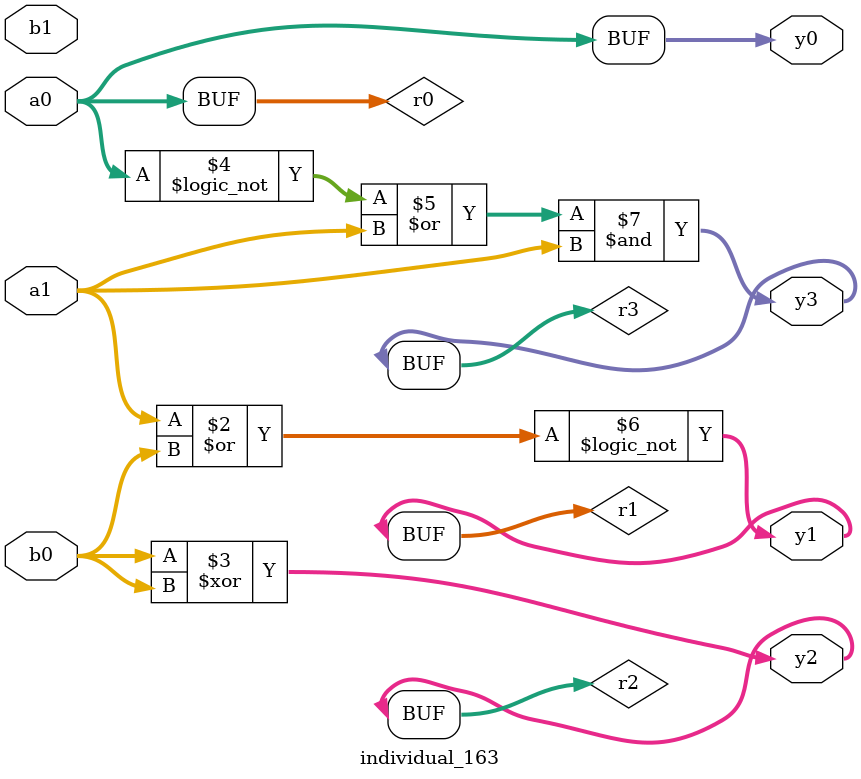
<source format=sv>
module individual_163(input logic [15:0] a1, input logic [15:0] a0, input logic [15:0] b1, input logic [15:0] b0, output logic [15:0] y3, output logic [15:0] y2, output logic [15:0] y1, output logic [15:0] y0);
logic [15:0] r0, r1, r2, r3; 
 always@(*) begin 
	 r0 = a0; r1 = a1; r2 = b0; r3 = b1; 
 	 r1  |=  b0 ;
 	 r2  ^=  b0 ;
 	 r3 = ! r0 ;
 	 r3  |=  a1 ;
 	 r1 = ! r1 ;
 	 r3  &=  a1 ;
 	 y3 = r3; y2 = r2; y1 = r1; y0 = r0; 
end
endmodule
</source>
